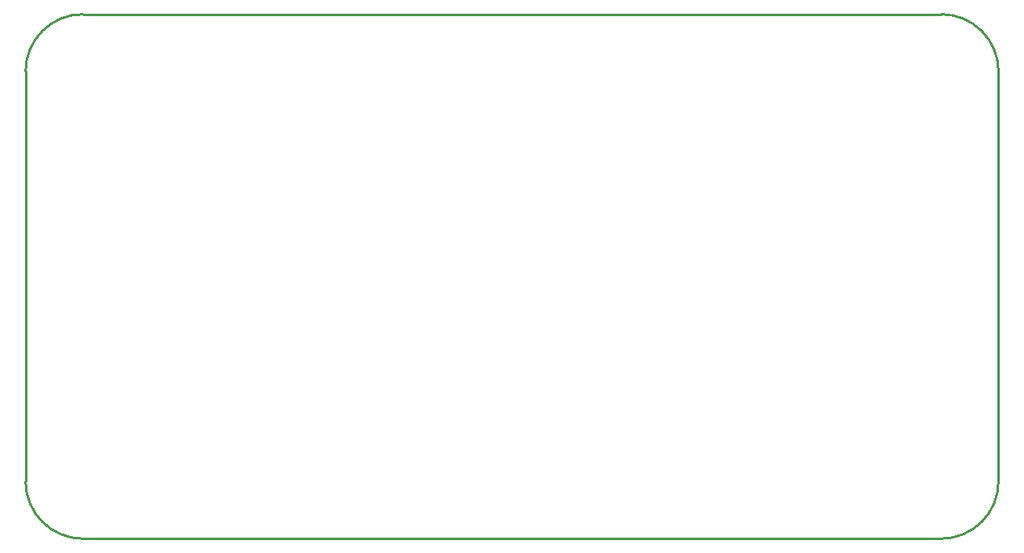
<source format=gm1>
G04 #@! TF.GenerationSoftware,KiCad,Pcbnew,6.0.4-6f826c9f35~116~ubuntu20.04.1*
G04 #@! TF.CreationDate,2022-04-25T20:45:33+02:00*
G04 #@! TF.ProjectId,Open_KIoT,4f70656e-5f4b-4496-9f54-2e6b69636164,rev?*
G04 #@! TF.SameCoordinates,Original*
G04 #@! TF.FileFunction,Profile,NP*
%FSLAX46Y46*%
G04 Gerber Fmt 4.6, Leading zero omitted, Abs format (unit mm)*
G04 Created by KiCad (PCBNEW 6.0.4-6f826c9f35~116~ubuntu20.04.1) date 2022-04-25 20:45:33*
%MOMM*%
%LPD*%
G01*
G04 APERTURE LIST*
G04 #@! TA.AperFunction,Profile*
%ADD10C,0.250000*%
G04 #@! TD*
G04 APERTURE END LIST*
D10*
X59290000Y-162030000D02*
G75*
G03*
X65290000Y-168030000I5999999J-1D01*
G01*
X161289940Y-119030000D02*
G75*
G03*
X155290000Y-113030000I-5999920J80D01*
G01*
X155290000Y-168030000D02*
G75*
G03*
X161290000Y-162030000I20J5999980D01*
G01*
X65290000Y-113030000D02*
G75*
G03*
X59290000Y-119030000I-1J-5999999D01*
G01*
X59290000Y-119030000D02*
X59290000Y-162030000D01*
X155290000Y-113030000D02*
X65290000Y-113030000D01*
X161290000Y-162030000D02*
X161290000Y-119030000D01*
X65290000Y-168030000D02*
X155290000Y-168030000D01*
M02*

</source>
